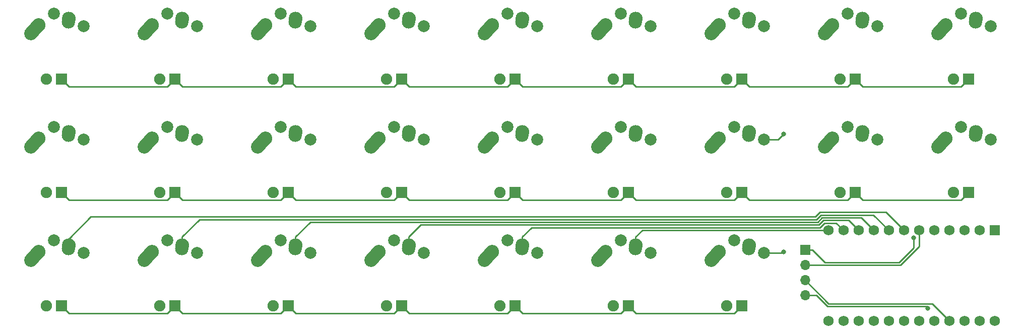
<source format=gbr>
%TF.GenerationSoftware,KiCad,Pcbnew,6.99.0*%
%TF.CreationDate,2022-01-01T23:32:49+11:00*%
%TF.ProjectId,help,68656c70-2e6b-4696-9361-645f70636258,rev?*%
%TF.SameCoordinates,Original*%
%TF.FileFunction,Copper,L2,Bot*%
%TF.FilePolarity,Positive*%
%FSLAX46Y46*%
G04 Gerber Fmt 4.6, Leading zero omitted, Abs format (unit mm)*
G04 Created by KiCad (PCBNEW 6.99.0) date 2022-01-01 23:32:49*
%MOMM*%
%LPD*%
G01*
G04 APERTURE LIST*
G04 Aperture macros list*
%AMHorizOval*
0 Thick line with rounded ends*
0 $1 width*
0 $2 $3 position (X,Y) of the first rounded end (center of the circle)*
0 $4 $5 position (X,Y) of the second rounded end (center of the circle)*
0 Add line between two ends*
20,1,$1,$2,$3,$4,$5,0*
0 Add two circle primitives to create the rounded ends*
1,1,$1,$2,$3*
1,1,$1,$4,$5*%
G04 Aperture macros list end*
%TA.AperFunction,ComponentPad*%
%ADD10HorizOval,2.250000X0.654995X0.730004X-0.654995X-0.730004X0*%
%TD*%
%TA.AperFunction,ComponentPad*%
%ADD11C,2.250000*%
%TD*%
%TA.AperFunction,ComponentPad*%
%ADD12C,2.000000*%
%TD*%
%TA.AperFunction,ComponentPad*%
%ADD13HorizOval,2.250000X0.019771X0.290016X-0.019771X-0.290016X0*%
%TD*%
%TA.AperFunction,ComponentPad*%
%ADD14C,1.905000*%
%TD*%
%TA.AperFunction,ComponentPad*%
%ADD15R,1.905000X1.905000*%
%TD*%
%TA.AperFunction,ComponentPad*%
%ADD16R,1.700000X1.700000*%
%TD*%
%TA.AperFunction,ComponentPad*%
%ADD17O,1.700000X1.700000*%
%TD*%
%TA.AperFunction,ComponentPad*%
%ADD18R,1.752600X1.752600*%
%TD*%
%TA.AperFunction,ComponentPad*%
%ADD19C,1.752600*%
%TD*%
%TA.AperFunction,ViaPad*%
%ADD20C,0.800000*%
%TD*%
%TA.AperFunction,Conductor*%
%ADD21C,0.250000*%
%TD*%
G04 APERTURE END LIST*
D10*
%TO.P,SW25,1*%
%TO.N,Net-(SW25-Pad1)*%
X190519995Y-38004996D03*
D11*
X191175000Y-37275000D03*
D12*
X193675000Y-35375000D03*
D13*
%TO.P,SW25,2*%
%TO.N,col8*%
X196194771Y-36484984D03*
D11*
X196215000Y-36195000D03*
D12*
X198675000Y-37475000D03*
D14*
%TO.P,SW25,3*%
%TO.N,Net-(SW25-Pad1)*%
X192405000Y-46355000D03*
D15*
%TO.P,SW25,4*%
%TO.N,row0*%
X194945000Y-46355000D03*
%TD*%
D16*
%TO.P,J1,1,Pin_1*%
%TO.N,SDA*%
X167506250Y-75088750D03*
D17*
%TO.P,J1,2,Pin_2*%
%TO.N,SCL*%
X167506250Y-77628750D03*
%TO.P,J1,3,Pin_3*%
%TO.N,+5V*%
X167506250Y-80168750D03*
%TO.P,J1,4,Pin_4*%
%TO.N,GND*%
X167506250Y-82708750D03*
%TD*%
D10*
%TO.P,SW16,1*%
%TO.N,Net-(SW16-Pad1)*%
X133369995Y-38004996D03*
D11*
X134025000Y-37275000D03*
D12*
X136525000Y-35375000D03*
D13*
%TO.P,SW16,2*%
%TO.N,col5*%
X139044771Y-36484984D03*
D11*
X139065000Y-36195000D03*
D12*
X141525000Y-37475000D03*
D14*
%TO.P,SW16,3*%
%TO.N,Net-(SW16-Pad1)*%
X135255000Y-46355000D03*
D15*
%TO.P,SW16,4*%
%TO.N,row0*%
X137795000Y-46355000D03*
%TD*%
D10*
%TO.P,SW15,1*%
%TO.N,Net-(SW15-Pad1)*%
X114319995Y-76104996D03*
D11*
X114975000Y-75375000D03*
D12*
X117475000Y-73475000D03*
D13*
%TO.P,SW15,2*%
%TO.N,col4*%
X119994771Y-74584984D03*
D11*
X120015000Y-74295000D03*
D12*
X122475000Y-75575000D03*
D14*
%TO.P,SW15,3*%
%TO.N,Net-(SW15-Pad1)*%
X116205000Y-84455000D03*
D15*
%TO.P,SW15,4*%
%TO.N,row2*%
X118745000Y-84455000D03*
%TD*%
D10*
%TO.P,SW5,1*%
%TO.N,Net-(SW5-Pad1)*%
X57169995Y-57054996D03*
D11*
X57825000Y-56325000D03*
D12*
X60325000Y-54425000D03*
D13*
%TO.P,SW5,2*%
%TO.N,col1*%
X62844771Y-55534984D03*
D11*
X62865000Y-55245000D03*
D12*
X65325000Y-56525000D03*
D14*
%TO.P,SW5,3*%
%TO.N,Net-(SW5-Pad1)*%
X59055000Y-65405000D03*
D15*
%TO.P,SW5,4*%
%TO.N,row1*%
X61595000Y-65405000D03*
%TD*%
D10*
%TO.P,SW13,1*%
%TO.N,Net-(SW13-Pad1)*%
X114319995Y-38004996D03*
D11*
X114975000Y-37275000D03*
D12*
X117475000Y-35375000D03*
D13*
%TO.P,SW13,2*%
%TO.N,col4*%
X119994771Y-36484984D03*
D11*
X120015000Y-36195000D03*
D12*
X122475000Y-37475000D03*
D14*
%TO.P,SW13,3*%
%TO.N,Net-(SW13-Pad1)*%
X116205000Y-46355000D03*
D15*
%TO.P,SW13,4*%
%TO.N,row0*%
X118745000Y-46355000D03*
%TD*%
D10*
%TO.P,SW10,1*%
%TO.N,Net-(SW10-Pad1)*%
X95269995Y-38004996D03*
D11*
X95925000Y-37275000D03*
D12*
X98425000Y-35375000D03*
D13*
%TO.P,SW10,2*%
%TO.N,col3*%
X100944771Y-36484984D03*
D11*
X100965000Y-36195000D03*
D12*
X103425000Y-37475000D03*
D14*
%TO.P,SW10,3*%
%TO.N,Net-(SW10-Pad1)*%
X97155000Y-46355000D03*
D15*
%TO.P,SW10,4*%
%TO.N,row0*%
X99695000Y-46355000D03*
%TD*%
D10*
%TO.P,SW4,1*%
%TO.N,Net-(SW4-Pad1)*%
X57169995Y-38004996D03*
D11*
X57825000Y-37275000D03*
D12*
X60325000Y-35375000D03*
D13*
%TO.P,SW4,2*%
%TO.N,col1*%
X62844771Y-36484984D03*
D11*
X62865000Y-36195000D03*
D12*
X65325000Y-37475000D03*
D14*
%TO.P,SW4,3*%
%TO.N,Net-(SW4-Pad1)*%
X59055000Y-46355000D03*
D15*
%TO.P,SW4,4*%
%TO.N,row0*%
X61595000Y-46355000D03*
%TD*%
D10*
%TO.P,SW17,1*%
%TO.N,Net-(SW17-Pad1)*%
X133369995Y-57054996D03*
D11*
X134025000Y-56325000D03*
D12*
X136525000Y-54425000D03*
D13*
%TO.P,SW17,2*%
%TO.N,col5*%
X139044771Y-55534984D03*
D11*
X139065000Y-55245000D03*
D12*
X141525000Y-56525000D03*
D14*
%TO.P,SW17,3*%
%TO.N,Net-(SW17-Pad1)*%
X135255000Y-65405000D03*
D15*
%TO.P,SW17,4*%
%TO.N,row1*%
X137795000Y-65405000D03*
%TD*%
D10*
%TO.P,SW8,1*%
%TO.N,Net-(SW8-Pad1)*%
X76219995Y-57054996D03*
D11*
X76875000Y-56325000D03*
D12*
X79375000Y-54425000D03*
D13*
%TO.P,SW8,2*%
%TO.N,col2*%
X81894771Y-55534984D03*
D11*
X81915000Y-55245000D03*
D12*
X84375000Y-56525000D03*
D14*
%TO.P,SW8,3*%
%TO.N,Net-(SW8-Pad1)*%
X78105000Y-65405000D03*
D15*
%TO.P,SW8,4*%
%TO.N,row1*%
X80645000Y-65405000D03*
%TD*%
D10*
%TO.P,SW7,1*%
%TO.N,Net-(SW7-Pad1)*%
X76219995Y-38004996D03*
D11*
X76875000Y-37275000D03*
D12*
X79375000Y-35375000D03*
D13*
%TO.P,SW7,2*%
%TO.N,col2*%
X81894771Y-36484984D03*
D11*
X81915000Y-36195000D03*
D12*
X84375000Y-37475000D03*
D14*
%TO.P,SW7,3*%
%TO.N,Net-(SW7-Pad1)*%
X78105000Y-46355000D03*
D15*
%TO.P,SW7,4*%
%TO.N,row0*%
X80645000Y-46355000D03*
%TD*%
D10*
%TO.P,SW19,1*%
%TO.N,Net-(SW19-Pad1)*%
X152419995Y-38004996D03*
D11*
X153075000Y-37275000D03*
D12*
X155575000Y-35375000D03*
D13*
%TO.P,SW19,2*%
%TO.N,col6*%
X158094771Y-36484984D03*
D11*
X158115000Y-36195000D03*
D12*
X160575000Y-37475000D03*
D14*
%TO.P,SW19,3*%
%TO.N,Net-(SW19-Pad1)*%
X154305000Y-46355000D03*
D15*
%TO.P,SW19,4*%
%TO.N,row0*%
X156845000Y-46355000D03*
%TD*%
D18*
%TO.P,U1,1,TX0/PD3*%
%TO.N,unconnected-(U1-TX0/PD3)*%
X199333250Y-71755000D03*
D19*
%TO.P,U1,2,RX1/PD2*%
%TO.N,unconnected-(U1-RX1/PD2)*%
X196793250Y-71755000D03*
%TO.P,U1,3,GND*%
%TO.N,unconnected-(U1-GND)_1*%
X194253250Y-71755000D03*
%TO.P,U1,4,GND*%
%TO.N,unconnected-(U1-GND)*%
X191713250Y-71755000D03*
%TO.P,U1,5,2/PD1*%
%TO.N,SDA*%
X189173250Y-71755000D03*
%TO.P,U1,6,3/PD0*%
%TO.N,SCL*%
X186633250Y-71755000D03*
%TO.P,U1,7,4/PD4*%
%TO.N,col0*%
X184093250Y-71755000D03*
%TO.P,U1,8,5/PC6*%
%TO.N,col1*%
X181553250Y-71755000D03*
%TO.P,U1,9,6/PD7*%
%TO.N,col2*%
X179013250Y-71755000D03*
%TO.P,U1,10,7/PE6*%
%TO.N,col3*%
X176473250Y-71755000D03*
%TO.P,U1,11,8/PB4*%
%TO.N,col4*%
X173933250Y-71755000D03*
%TO.P,U1,12,9/PB5*%
%TO.N,col5*%
X171393250Y-71755000D03*
%TO.P,U1,13,10/PB6*%
%TO.N,unconnected-(U1-10/PB6)*%
X171393250Y-86995000D03*
%TO.P,U1,14,16/PB2*%
%TO.N,unconnected-(U1-16/PB2)*%
X173933250Y-86995000D03*
%TO.P,U1,15,14/PB3*%
%TO.N,row2*%
X176473250Y-86995000D03*
%TO.P,U1,16,15/PB1*%
%TO.N,row1*%
X179013250Y-86995000D03*
%TO.P,U1,17,A0/PF7*%
%TO.N,row0*%
X181553250Y-86995000D03*
%TO.P,U1,18,A1/PF6*%
%TO.N,col6*%
X184093250Y-86995000D03*
%TO.P,U1,19,A2/PF5*%
%TO.N,col7*%
X186633250Y-86995000D03*
%TO.P,U1,20,A3/PF4*%
%TO.N,col8*%
X189173250Y-86995000D03*
%TO.P,U1,21,VCC*%
%TO.N,+5V*%
X191713250Y-86995000D03*
%TO.P,U1,22,RST*%
%TO.N,unconnected-(U1-RST)*%
X194253250Y-86995000D03*
%TO.P,U1,23,GND*%
%TO.N,GND*%
X196793250Y-86995000D03*
%TO.P,U1,24,RAW*%
%TO.N,unconnected-(U1-RAW)*%
X199333250Y-86995000D03*
%TD*%
D10*
%TO.P,SW20,1*%
%TO.N,Net-(SW20-Pad1)*%
X152419995Y-57054996D03*
D11*
X153075000Y-56325000D03*
D12*
X155575000Y-54425000D03*
D13*
%TO.P,SW20,2*%
%TO.N,col6*%
X158094771Y-55534984D03*
D11*
X158115000Y-55245000D03*
D12*
X160575000Y-56525000D03*
D14*
%TO.P,SW20,3*%
%TO.N,Net-(SW20-Pad1)*%
X154305000Y-65405000D03*
D15*
%TO.P,SW20,4*%
%TO.N,row1*%
X156845000Y-65405000D03*
%TD*%
D10*
%TO.P,SW11,1*%
%TO.N,Net-(SW11-Pad1)*%
X95269995Y-57054996D03*
D11*
X95925000Y-56325000D03*
D12*
X98425000Y-54425000D03*
D13*
%TO.P,SW11,2*%
%TO.N,col3*%
X100944771Y-55534984D03*
D11*
X100965000Y-55245000D03*
D12*
X103425000Y-56525000D03*
D14*
%TO.P,SW11,3*%
%TO.N,Net-(SW11-Pad1)*%
X97155000Y-65405000D03*
D15*
%TO.P,SW11,4*%
%TO.N,row1*%
X99695000Y-65405000D03*
%TD*%
D10*
%TO.P,SW26,1*%
%TO.N,Net-(SW26-Pad1)*%
X190519995Y-57054996D03*
D11*
X191175000Y-56325000D03*
D12*
X193675000Y-54425000D03*
D13*
%TO.P,SW26,2*%
%TO.N,col8*%
X196194771Y-55534984D03*
D11*
X196215000Y-55245000D03*
D12*
X198675000Y-56525000D03*
D14*
%TO.P,SW26,3*%
%TO.N,Net-(SW26-Pad1)*%
X192405000Y-65405000D03*
D15*
%TO.P,SW26,4*%
%TO.N,row1*%
X194945000Y-65405000D03*
%TD*%
D10*
%TO.P,SW21,1*%
%TO.N,Net-(SW21-Pad1)*%
X152419995Y-76104996D03*
D11*
X153075000Y-75375000D03*
D12*
X155575000Y-73475000D03*
D13*
%TO.P,SW21,2*%
%TO.N,col6*%
X158094771Y-74584984D03*
D11*
X158115000Y-74295000D03*
D12*
X160575000Y-75575000D03*
D14*
%TO.P,SW21,3*%
%TO.N,Net-(SW21-Pad1)*%
X154305000Y-84455000D03*
D15*
%TO.P,SW21,4*%
%TO.N,row2*%
X156845000Y-84455000D03*
%TD*%
D10*
%TO.P,SW14,1*%
%TO.N,Net-(SW14-Pad1)*%
X114319995Y-57054996D03*
D11*
X114975000Y-56325000D03*
D12*
X117475000Y-54425000D03*
D13*
%TO.P,SW14,2*%
%TO.N,col4*%
X119994771Y-55534984D03*
D11*
X120015000Y-55245000D03*
D12*
X122475000Y-56525000D03*
D14*
%TO.P,SW14,3*%
%TO.N,Net-(SW14-Pad1)*%
X116205000Y-65405000D03*
D15*
%TO.P,SW14,4*%
%TO.N,row1*%
X118745000Y-65405000D03*
%TD*%
D10*
%TO.P,SW12,1*%
%TO.N,Net-(SW12-Pad1)*%
X95269995Y-76104996D03*
D11*
X95925000Y-75375000D03*
D12*
X98425000Y-73475000D03*
D13*
%TO.P,SW12,2*%
%TO.N,col3*%
X100944771Y-74584984D03*
D11*
X100965000Y-74295000D03*
D12*
X103425000Y-75575000D03*
D14*
%TO.P,SW12,3*%
%TO.N,Net-(SW12-Pad1)*%
X97155000Y-84455000D03*
D15*
%TO.P,SW12,4*%
%TO.N,row2*%
X99695000Y-84455000D03*
%TD*%
D10*
%TO.P,SW18,1*%
%TO.N,Net-(SW18-Pad1)*%
X133369995Y-76104996D03*
D11*
X134025000Y-75375000D03*
D12*
X136525000Y-73475000D03*
D13*
%TO.P,SW18,2*%
%TO.N,col5*%
X139044771Y-74584984D03*
D11*
X139065000Y-74295000D03*
D12*
X141525000Y-75575000D03*
D14*
%TO.P,SW18,3*%
%TO.N,Net-(SW18-Pad1)*%
X135255000Y-84455000D03*
D15*
%TO.P,SW18,4*%
%TO.N,row2*%
X137795000Y-84455000D03*
%TD*%
D10*
%TO.P,SW22,1*%
%TO.N,Net-(SW22-Pad1)*%
X171469995Y-38004996D03*
D11*
X172125000Y-37275000D03*
D12*
X174625000Y-35375000D03*
D13*
%TO.P,SW22,2*%
%TO.N,col7*%
X177144771Y-36484984D03*
D11*
X177165000Y-36195000D03*
D12*
X179625000Y-37475000D03*
D14*
%TO.P,SW22,3*%
%TO.N,Net-(SW22-Pad1)*%
X173355000Y-46355000D03*
D15*
%TO.P,SW22,4*%
%TO.N,row0*%
X175895000Y-46355000D03*
%TD*%
D10*
%TO.P,SW9,1*%
%TO.N,Net-(SW9-Pad1)*%
X76219995Y-76104996D03*
D11*
X76875000Y-75375000D03*
D12*
X79375000Y-73475000D03*
D13*
%TO.P,SW9,2*%
%TO.N,col2*%
X81894771Y-74584984D03*
D11*
X81915000Y-74295000D03*
D12*
X84375000Y-75575000D03*
D14*
%TO.P,SW9,3*%
%TO.N,Net-(SW9-Pad1)*%
X78105000Y-84455000D03*
D15*
%TO.P,SW9,4*%
%TO.N,row2*%
X80645000Y-84455000D03*
%TD*%
D10*
%TO.P,SW1,1*%
%TO.N,Net-(SW1-Pad1)*%
X38119995Y-38004996D03*
D11*
X38775000Y-37275000D03*
D12*
X41275000Y-35375000D03*
D13*
%TO.P,SW1,2*%
%TO.N,col0*%
X43794771Y-36484984D03*
D11*
X43815000Y-36195000D03*
D12*
X46275000Y-37475000D03*
D14*
%TO.P,SW1,3*%
%TO.N,Net-(SW1-Pad1)*%
X40005000Y-46355000D03*
D15*
%TO.P,SW1,4*%
%TO.N,row0*%
X42545000Y-46355000D03*
%TD*%
D10*
%TO.P,SW2,1*%
%TO.N,Net-(SW2-Pad1)*%
X38119995Y-57054996D03*
D11*
X38775000Y-56325000D03*
D12*
X41275000Y-54425000D03*
D13*
%TO.P,SW2,2*%
%TO.N,col0*%
X43794771Y-55534984D03*
D11*
X43815000Y-55245000D03*
D12*
X46275000Y-56525000D03*
D14*
%TO.P,SW2,3*%
%TO.N,Net-(SW2-Pad1)*%
X40005000Y-65405000D03*
D15*
%TO.P,SW2,4*%
%TO.N,row1*%
X42545000Y-65405000D03*
%TD*%
D10*
%TO.P,SW3,1*%
%TO.N,Net-(SW3-Pad1)*%
X38119995Y-76104996D03*
D11*
X38775000Y-75375000D03*
D12*
X41275000Y-73475000D03*
D13*
%TO.P,SW3,2*%
%TO.N,col0*%
X43794771Y-74584984D03*
D11*
X43815000Y-74295000D03*
D12*
X46275000Y-75575000D03*
D14*
%TO.P,SW3,3*%
%TO.N,Net-(SW3-Pad1)*%
X40005000Y-84455000D03*
D15*
%TO.P,SW3,4*%
%TO.N,row2*%
X42545000Y-84455000D03*
%TD*%
D10*
%TO.P,SW23,1*%
%TO.N,Net-(SW23-Pad1)*%
X171469995Y-57054996D03*
D11*
X172125000Y-56325000D03*
D12*
X174625000Y-54425000D03*
D13*
%TO.P,SW23,2*%
%TO.N,col7*%
X177144771Y-55534984D03*
D11*
X177165000Y-55245000D03*
D12*
X179625000Y-56525000D03*
D14*
%TO.P,SW23,3*%
%TO.N,Net-(SW23-Pad1)*%
X173355000Y-65405000D03*
D15*
%TO.P,SW23,4*%
%TO.N,row1*%
X175895000Y-65405000D03*
%TD*%
D10*
%TO.P,SW6,1*%
%TO.N,Net-(SW6-Pad1)*%
X57169995Y-76104996D03*
D11*
X57825000Y-75375000D03*
D12*
X60325000Y-73475000D03*
D13*
%TO.P,SW6,2*%
%TO.N,col1*%
X62844771Y-74584984D03*
D11*
X62865000Y-74295000D03*
D12*
X65325000Y-75575000D03*
D14*
%TO.P,SW6,3*%
%TO.N,Net-(SW6-Pad1)*%
X59055000Y-84455000D03*
D15*
%TO.P,SW6,4*%
%TO.N,row2*%
X61595000Y-84455000D03*
%TD*%
D20*
%TO.N,col6*%
X163892770Y-55562500D03*
X163892770Y-75406250D03*
%TO.N,SDA*%
X185737500Y-73025000D03*
%TO.N,GND*%
X188118750Y-84862000D03*
%TD*%
D21*
%TO.N,col0*%
X43815000Y-73183750D02*
X47491350Y-69507400D01*
X47491350Y-69507400D02*
X169249729Y-69507400D01*
X181094359Y-68756109D02*
X184093250Y-71755000D01*
X43815000Y-74295000D02*
X43815000Y-73183750D01*
X170001020Y-68756109D02*
X181094359Y-68756109D01*
X169249729Y-69507400D02*
X170001020Y-68756109D01*
%TO.N,col1*%
X65774330Y-69956920D02*
X62825000Y-72906250D01*
X181553250Y-71755000D02*
X179003879Y-69205629D01*
X179003879Y-69205629D02*
X170187218Y-69205629D01*
X169435927Y-69956920D02*
X65774330Y-69956920D01*
X62825000Y-72906250D02*
X62825000Y-74875000D01*
X170187218Y-69205629D02*
X169435927Y-69956920D01*
%TO.N,col2*%
X84374810Y-70406440D02*
X81875000Y-72906250D01*
X179013250Y-71755000D02*
X176913399Y-69655149D01*
X169622125Y-70406440D02*
X84374810Y-70406440D01*
X176913399Y-69655149D02*
X170373416Y-69655149D01*
X81875000Y-72906250D02*
X81875000Y-74875000D01*
X170373416Y-69655149D02*
X169622125Y-70406440D01*
%TO.N,col3*%
X176473250Y-71755000D02*
X174822919Y-70104669D01*
X100925000Y-72906250D02*
X100925000Y-74875000D01*
X169808322Y-70855960D02*
X102975290Y-70855960D01*
X170559613Y-70104669D02*
X169808322Y-70855960D01*
X174822919Y-70104669D02*
X170559613Y-70104669D01*
X102975290Y-70855960D02*
X100925000Y-72906250D01*
%TO.N,col4*%
X119975000Y-74875000D02*
X119975000Y-72906250D01*
X169994520Y-71305480D02*
X170745811Y-70554189D01*
X172732439Y-70554189D02*
X173933250Y-71755000D01*
X119975000Y-72906250D02*
X121575770Y-71305480D01*
X170745811Y-70554189D02*
X172732439Y-70554189D01*
X121575770Y-71305480D02*
X169994520Y-71305480D01*
%TO.N,col5*%
X140176250Y-71755000D02*
X139025000Y-72906250D01*
X139025000Y-72906250D02*
X139025000Y-74875000D01*
X171393250Y-71755000D02*
X140176250Y-71755000D01*
%TO.N,col6*%
X163724020Y-75575000D02*
X160575000Y-75575000D01*
X163892770Y-75406250D02*
X163724020Y-75575000D01*
X162930270Y-56525000D02*
X163892770Y-55562500D01*
X160575000Y-56525000D02*
X162930270Y-56525000D01*
%TO.N,SDA*%
X185737500Y-73025000D02*
X185737500Y-74770532D01*
X185737500Y-74770532D02*
X183328802Y-77179230D01*
X168751250Y-75088750D02*
X167506250Y-75088750D01*
X183328802Y-77179230D02*
X170841730Y-77179230D01*
X170841730Y-77179230D02*
X168751250Y-75088750D01*
%TO.N,SCL*%
X186633250Y-71755000D02*
X186633250Y-74510500D01*
X183515000Y-77628750D02*
X167506250Y-77628750D01*
X186633250Y-74510500D02*
X183515000Y-77628750D01*
%TO.N,row2*%
X99695000Y-84455000D02*
X100972011Y-85732011D01*
X81922011Y-85732011D02*
X98417989Y-85732011D01*
X117467989Y-85732011D02*
X118745000Y-84455000D01*
X136517989Y-85732011D02*
X137795000Y-84455000D01*
X98417989Y-85732011D02*
X99695000Y-84455000D01*
X100972011Y-85732011D02*
X117467989Y-85732011D01*
X79367989Y-85732011D02*
X80645000Y-84455000D01*
X137795000Y-84455000D02*
X139072011Y-85732011D01*
X139072011Y-85732011D02*
X155567989Y-85732011D01*
X61595000Y-84455000D02*
X62872011Y-85732011D01*
X80645000Y-84455000D02*
X81922011Y-85732011D01*
X118745000Y-84455000D02*
X120022011Y-85732011D01*
X120022011Y-85732011D02*
X136517989Y-85732011D01*
X60317989Y-85732011D02*
X61595000Y-84455000D01*
X62872011Y-85732011D02*
X79367989Y-85732011D01*
X42545000Y-84455000D02*
X43822011Y-85732011D01*
X43822011Y-85732011D02*
X60317989Y-85732011D01*
X155567989Y-85732011D02*
X156845000Y-84455000D01*
%TO.N,row1*%
X174617989Y-66682011D02*
X175895000Y-65405000D01*
X117467989Y-66682011D02*
X118745000Y-65405000D01*
X136517989Y-66682011D02*
X137795000Y-65405000D01*
X175895000Y-65405000D02*
X177172011Y-66682011D01*
X139072011Y-66682011D02*
X155567989Y-66682011D01*
X156845000Y-65405000D02*
X158122011Y-66682011D01*
X60317989Y-66682011D02*
X61595000Y-65405000D01*
X42545000Y-65405000D02*
X43822011Y-66682011D01*
X100972011Y-66682011D02*
X117467989Y-66682011D01*
X193667989Y-66682011D02*
X194945000Y-65405000D01*
X155567989Y-66682011D02*
X156845000Y-65405000D01*
X62872011Y-66682011D02*
X79367989Y-66682011D01*
X43822011Y-66682011D02*
X60317989Y-66682011D01*
X177172011Y-66682011D02*
X193667989Y-66682011D01*
X118745000Y-65405000D02*
X120022011Y-66682011D01*
X120022011Y-66682011D02*
X136517989Y-66682011D01*
X81922011Y-66682011D02*
X98417989Y-66682011D01*
X137795000Y-65405000D02*
X139072011Y-66682011D01*
X158122011Y-66682011D02*
X174617989Y-66682011D01*
X98417989Y-66682011D02*
X99695000Y-65405000D01*
X79367989Y-66682011D02*
X80645000Y-65405000D01*
X61595000Y-65405000D02*
X62872011Y-66682011D01*
X80645000Y-65405000D02*
X81922011Y-66682011D01*
X99695000Y-65405000D02*
X100972011Y-66682011D01*
%TO.N,row0*%
X100972011Y-47632011D02*
X117467989Y-47632011D01*
X80645000Y-46355000D02*
X81922011Y-47632011D01*
X137795000Y-46355000D02*
X139072011Y-47632011D01*
X155567989Y-47632011D02*
X156845000Y-46355000D01*
X43822011Y-47632011D02*
X60317989Y-47632011D01*
X42545000Y-46355000D02*
X43822011Y-47632011D01*
X175895000Y-46355000D02*
X177172011Y-47632011D01*
X174617989Y-47632011D02*
X175895000Y-46355000D01*
X81922011Y-47632011D02*
X98417989Y-47632011D01*
X136517989Y-47632011D02*
X137795000Y-46355000D01*
X158122011Y-47632011D02*
X174617989Y-47632011D01*
X99695000Y-46355000D02*
X100972011Y-47632011D01*
X79367989Y-47632011D02*
X80645000Y-46355000D01*
X61595000Y-46355000D02*
X62872011Y-47632011D01*
X62872011Y-47632011D02*
X79367989Y-47632011D01*
X60317989Y-47632011D02*
X61595000Y-46355000D01*
X139072011Y-47632011D02*
X155567989Y-47632011D01*
X98417989Y-47632011D02*
X99695000Y-46355000D01*
X120022011Y-47632011D02*
X136517989Y-47632011D01*
X118745000Y-46355000D02*
X120022011Y-47632011D01*
X117467989Y-47632011D02*
X118745000Y-46355000D01*
X156845000Y-46355000D02*
X158122011Y-47632011D01*
X193667989Y-47632011D02*
X194945000Y-46355000D01*
X177172011Y-47632011D02*
X193667989Y-47632011D01*
%TO.N,+5V*%
X188855750Y-84137500D02*
X191713250Y-86995000D01*
X167506250Y-80168750D02*
X171450000Y-84112500D01*
X171450000Y-84137500D02*
X188855750Y-84137500D01*
X171450000Y-84112500D02*
X171450000Y-84137500D01*
%TO.N,GND*%
X171263803Y-84587020D02*
X187843770Y-84587020D01*
X187843770Y-84587020D02*
X188118750Y-84862000D01*
X167506250Y-82708750D02*
X169385532Y-82708750D01*
X169385532Y-82708750D02*
X171263803Y-84587020D01*
%TD*%
M02*

</source>
